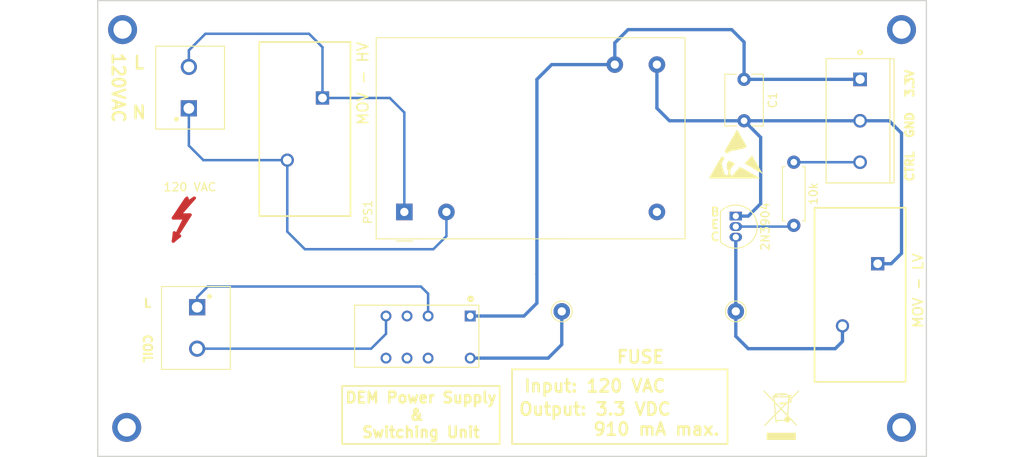
<source format=kicad_pcb>
(kicad_pcb (version 20171130) (host pcbnew "(5.0.1)-4")

  (general
    (thickness 1.6)
    (drawings 28)
    (tracks 62)
    (zones 0)
    (modules 19)
    (nets 16)
  )

  (page A4)
  (layers
    (0 F.Cu signal)
    (31 B.Cu signal)
    (32 B.Adhes user)
    (33 F.Adhes user)
    (34 B.Paste user)
    (35 F.Paste user)
    (36 B.SilkS user)
    (37 F.SilkS user)
    (38 B.Mask user)
    (39 F.Mask user)
    (40 Dwgs.User user)
    (41 Cmts.User user)
    (42 Eco1.User user)
    (43 Eco2.User user)
    (44 Edge.Cuts user)
    (45 Margin user)
    (46 B.CrtYd user)
    (47 F.CrtYd user)
    (48 B.Fab user)
    (49 F.Fab user)
  )

  (setup
    (last_trace_width 0.25)
    (trace_clearance 0.2)
    (zone_clearance 0.508)
    (zone_45_only no)
    (trace_min 0.2)
    (segment_width 0.2)
    (edge_width 0.15)
    (via_size 0.8)
    (via_drill 0.4)
    (via_min_size 0.4)
    (via_min_drill 0.3)
    (uvia_size 0.3)
    (uvia_drill 0.1)
    (uvias_allowed no)
    (uvia_min_size 0.2)
    (uvia_min_drill 0.1)
    (pcb_text_width 0.3)
    (pcb_text_size 1.5 1.5)
    (mod_edge_width 0.15)
    (mod_text_size 1 1)
    (mod_text_width 0.15)
    (pad_size 3.5 3.5)
    (pad_drill 2.2)
    (pad_to_mask_clearance 0.051)
    (solder_mask_min_width 0.25)
    (aux_axis_origin 0 0)
    (visible_elements 7FFFFFFF)
    (pcbplotparams
      (layerselection 0x010f0_ffffffff)
      (usegerberextensions false)
      (usegerberattributes true)
      (usegerberadvancedattributes false)
      (creategerberjobfile false)
      (excludeedgelayer true)
      (linewidth 0.100000)
      (plotframeref false)
      (viasonmask false)
      (mode 1)
      (useauxorigin false)
      (hpglpennumber 1)
      (hpglpenspeed 20)
      (hpglpendiameter 15.000000)
      (psnegative false)
      (psa4output false)
      (plotreference true)
      (plotvalue true)
      (plotinvisibletext false)
      (padsonsilk false)
      (subtractmaskfromsilk false)
      (outputformat 1)
      (mirror false)
      (drillshape 0)
      (scaleselection 1)
      (outputdirectory ""))
  )

  (net 0 "")
  (net 1 "Net-(C1-Pad1)")
  (net 2 "Net-(C1-Pad2)")
  (net 3 "Net-(J1-Pad2)")
  (net 4 "Net-(J1-Pad1)")
  (net 5 "Net-(J2-Pad3)")
  (net 6 "Net-(J3-Pad1)")
  (net 7 "Net-(J3-Pad2)")
  (net 8 "Net-(J4-Pad1)")
  (net 9 "Net-(J5-Pad1)")
  (net 10 "Net-(K1-Pad10)")
  (net 11 "Net-(K1-Pad9)")
  (net 12 "Net-(K1-Pad8)")
  (net 13 "Net-(K1-Pad4)")
  (net 14 "Net-(PS1-Pad3)")
  (net 15 "Net-(Q1-Pad2)")

  (net_class Default "This is the default net class."
    (clearance 0.2)
    (trace_width 0.25)
    (via_dia 0.8)
    (via_drill 0.4)
    (uvia_dia 0.3)
    (uvia_drill 0.1)
    (add_net "Net-(C1-Pad1)")
    (add_net "Net-(C1-Pad2)")
    (add_net "Net-(J1-Pad1)")
    (add_net "Net-(J1-Pad2)")
    (add_net "Net-(J2-Pad3)")
    (add_net "Net-(J3-Pad1)")
    (add_net "Net-(J3-Pad2)")
    (add_net "Net-(J4-Pad1)")
    (add_net "Net-(J5-Pad1)")
    (add_net "Net-(K1-Pad10)")
    (add_net "Net-(K1-Pad4)")
    (add_net "Net-(K1-Pad8)")
    (add_net "Net-(K1-Pad9)")
    (add_net "Net-(PS1-Pad3)")
    (add_net "Net-(Q1-Pad2)")
  )

  (module Symbol:Symbol_Highvoltage_Type1_CopperTop_Small (layer F.Cu) (tedit 5C6F3DA7) (tstamp 5C94E6B9)
    (at 79.5 76.5)
    (descr "Symbol, Highvoltage, Type 1, Copper Top, Small,")
    (tags "Symbol, Highvoltage, Type 1, Copper Top, Small,")
    (attr virtual)
    (fp_text reference "120 VAC " (at 2 -4.5) (layer F.SilkS)
      (effects (font (size 1 1) (thickness 0.15)))
    )
    (fp_text value Symbol_Highvoltage_Type1_CopperTop_Small (at 7.5 -0.5) (layer F.Fab) hide
      (effects (font (size 1 1) (thickness 0.15)))
    )
    (fp_line (start -0.127 1.524) (end -0.254 1.016) (layer F.Cu) (width 0.381))
    (fp_line (start 1.016 -0.762) (end -0.127 1.524) (layer F.Cu) (width 0.381))
    (fp_line (start -0.381 -0.762) (end 1.016 -0.762) (layer F.Cu) (width 0.381))
    (fp_line (start 1.143 -3.048) (end -0.381 -0.762) (layer F.Cu) (width 0.381))
    (fp_line (start 1.397 -2.667) (end 1.27 -3.175) (layer F.Cu) (width 0.381))
    (fp_line (start 2.159 -3.175) (end 1.397 -2.667) (layer F.Cu) (width 0.381))
    (fp_line (start 0.381 -1.143) (end 2.159 -3.175) (layer F.Cu) (width 0.381))
    (fp_line (start 1.651 -1.143) (end 0.381 -1.143) (layer F.Cu) (width 0.381))
    (fp_line (start -0.127 1.651) (end 1.651 -1.143) (layer F.Cu) (width 0.381))
    (fp_line (start 0.381 1.397) (end -0.127 1.651) (layer F.Cu) (width 0.381))
    (fp_line (start -0.381 2.032) (end 0.381 1.397) (layer F.Cu) (width 0.381))
    (fp_line (start -0.254 1.016) (end -0.381 2.032) (layer F.Cu) (width 0.381))
    (fp_line (start 0 -0.889) (end 1.27 -0.889) (layer F.Cu) (width 0.381))
    (fp_line (start 1.397 -2.794) (end 0 -0.889) (layer F.Cu) (width 0.381))
  )

  (module Symbol:ESD-Logo_6.6x6mm_SilkScreen (layer F.Cu) (tedit 0) (tstamp 5C94EF90)
    (at 147 68)
    (descr "Electrostatic discharge Logo")
    (tags "Logo ESD")
    (attr virtual)
    (fp_text reference REF** (at 0 0) (layer F.SilkS) hide
      (effects (font (size 1 1) (thickness 0.15)))
    )
    (fp_text value ESD-Logo_6.6x6mm_SilkScreen (at 0.75 0) (layer F.Fab) hide
      (effects (font (size 1 1) (thickness 0.15)))
    )
    (fp_poly (pts (xy 0.164043 -2.914165) (xy 0.187065 -2.876755) (xy 0.222534 -2.817486) (xy 0.268996 -2.738882)
      (xy 0.324996 -2.643462) (xy 0.389081 -2.53375) (xy 0.459796 -2.412266) (xy 0.535687 -2.281532)
      (xy 0.615299 -2.14407) (xy 0.697178 -2.002402) (xy 0.77987 -1.859049) (xy 0.861921 -1.716533)
      (xy 0.941876 -1.577376) (xy 1.018281 -1.444099) (xy 1.089682 -1.319224) (xy 1.154624 -1.205273)
      (xy 1.211653 -1.104767) (xy 1.259315 -1.020228) (xy 1.296155 -0.954178) (xy 1.32072 -0.909138)
      (xy 1.331554 -0.88763) (xy 1.331951 -0.886286) (xy 1.318501 -0.868035) (xy 1.281114 -0.840118)
      (xy 1.224235 -0.805275) (xy 1.152312 -0.766246) (xy 1.077015 -0.729157) (xy 0.97456 -0.684183)
      (xy 0.866817 -0.643774) (xy 0.750073 -0.607031) (xy 0.620618 -0.573058) (xy 0.47474 -0.540956)
      (xy 0.308726 -0.509827) (xy 0.118866 -0.478773) (xy -0.077531 -0.449855) (xy -0.248166 -0.4242)
      (xy -0.391455 -0.398802) (xy -0.510992 -0.372398) (xy -0.61037 -0.343727) (xy -0.693182 -0.311527)
      (xy -0.763022 -0.274535) (xy -0.823482 -0.231488) (xy -0.878155 -0.181125) (xy -0.895786 -0.162417)
      (xy -0.934 -0.118861) (xy -0.962268 -0.083318) (xy -0.975382 -0.062417) (xy -0.975732 -0.060703)
      (xy -0.98032 -0.050194) (xy -0.996242 -0.050076) (xy -1.026734 -0.061746) (xy -1.075032 -0.086604)
      (xy -1.144373 -0.126048) (xy -1.192561 -0.154413) (xy -1.264417 -0.198753) (xy -1.320258 -0.236721)
      (xy -1.356333 -0.265584) (xy -1.368887 -0.282612) (xy -1.368879 -0.282736) (xy -1.361094 -0.298963)
      (xy -1.339108 -0.3396) (xy -1.304197 -0.402433) (xy -1.257637 -0.485248) (xy -1.200705 -0.585828)
      (xy -1.134677 -0.70196) (xy -1.060828 -0.831429) (xy -0.980436 -0.97202) (xy -0.894776 -1.121518)
      (xy -0.805124 -1.277708) (xy -0.712757 -1.438376) (xy -0.618951 -1.601307) (xy -0.524982 -1.764287)
      (xy -0.432126 -1.9251) (xy -0.34166 -2.081532) (xy -0.254859 -2.231367) (xy -0.173 -2.372392)
      (xy -0.097359 -2.502391) (xy -0.029213 -2.619151) (xy 0.030163 -2.720455) (xy 0.079493 -2.804089)
      (xy 0.1175 -2.867838) (xy 0.142907 -2.909489) (xy 0.15444 -2.926825) (xy 0.154923 -2.927195)
      (xy 0.164043 -2.914165)) (layer F.SilkS) (width 0.01))
    (fp_poly (pts (xy 1.987528 0.234619) (xy 1.998908 0.253693) (xy 2.024488 0.297421) (xy 2.063002 0.363619)
      (xy 2.113186 0.450102) (xy 2.173775 0.554685) (xy 2.243503 0.675183) (xy 2.321107 0.809412)
      (xy 2.40532 0.955187) (xy 2.494879 1.110323) (xy 2.586998 1.27) (xy 2.681076 1.433117)
      (xy 2.771402 1.589709) (xy 2.856665 1.737506) (xy 2.935557 1.87424) (xy 3.006769 1.997642)
      (xy 3.068991 2.105444) (xy 3.120913 2.195377) (xy 3.161228 2.265173) (xy 3.188624 2.312564)
      (xy 3.201507 2.334786) (xy 3.222507 2.37233) (xy 3.233925 2.395831) (xy 3.234551 2.39992)
      (xy 3.220636 2.392242) (xy 3.181941 2.370203) (xy 3.120487 2.334971) (xy 3.038298 2.287711)
      (xy 2.937396 2.229589) (xy 2.819805 2.161771) (xy 2.687546 2.085424) (xy 2.542642 2.001714)
      (xy 2.387117 1.911806) (xy 2.222992 1.816867) (xy 2.160549 1.780732) (xy 1.993487 1.684083)
      (xy 1.834074 1.591938) (xy 1.684355 1.505475) (xy 1.546376 1.425871) (xy 1.422185 1.354305)
      (xy 1.313827 1.291955) (xy 1.223348 1.239998) (xy 1.152796 1.199613) (xy 1.104215 1.171978)
      (xy 1.079654 1.158272) (xy 1.077085 1.156974) (xy 1.084569 1.14522) (xy 1.110614 1.113795)
      (xy 1.152559 1.065594) (xy 1.207746 1.00351) (xy 1.273517 0.930439) (xy 1.347212 0.849276)
      (xy 1.426173 0.762916) (xy 1.50774 0.674253) (xy 1.589254 0.586182) (xy 1.668057 0.501599)
      (xy 1.74149 0.423397) (xy 1.806893 0.354472) (xy 1.861608 0.297719) (xy 1.902977 0.256032)
      (xy 1.917164 0.242363) (xy 1.96418 0.198201) (xy 1.987528 0.234619)) (layer F.SilkS) (width 0.01))
    (fp_poly (pts (xy -1.677906 0.291158) (xy -1.645381 0.303736) (xy -1.595807 0.328712) (xy -1.524626 0.367876)
      (xy -1.519084 0.370988) (xy -1.453526 0.408476) (xy -1.398202 0.441319) (xy -1.358545 0.466205)
      (xy -1.339988 0.47982) (xy -1.339469 0.480487) (xy -1.343952 0.49939) (xy -1.364514 0.541605)
      (xy -1.399817 0.604832) (xy -1.44852 0.686772) (xy -1.509282 0.785122) (xy -1.580764 0.897585)
      (xy -1.598555 0.925165) (xy -1.644907 1.001699) (xy -1.678658 1.067556) (xy -1.696847 1.116782)
      (xy -1.698714 1.126507) (xy -1.697885 1.169312) (xy -1.688606 1.237209) (xy -1.672032 1.325843)
      (xy -1.64932 1.430859) (xy -1.621627 1.547902) (xy -1.59011 1.672616) (xy -1.555925 1.800645)
      (xy -1.520229 1.927634) (xy -1.484179 2.049228) (xy -1.448932 2.161072) (xy -1.415644 2.25881)
      (xy -1.385472 2.338087) (xy -1.364439 2.385122) (xy -1.339663 2.435225) (xy -1.31627 2.483168)
      (xy -1.315003 2.485793) (xy -1.276301 2.53422) (xy -1.219816 2.566828) (xy -1.154061 2.582454)
      (xy -1.087549 2.579937) (xy -1.028795 2.558114) (xy -0.995742 2.529382) (xy -0.948141 2.450583)
      (xy -0.913261 2.352378) (xy -0.894123 2.244779) (xy -0.891412 2.18378) (xy -0.90233 2.069935)
      (xy -0.934376 1.97566) (xy -0.989274 1.896379) (xy -1.006393 1.878733) (xy -1.057339 1.829235)
      (xy -1.060837 1.479362) (xy -1.064336 1.129489) (xy -0.975182 0.994531) (xy -0.933346 0.933445)
      (xy -0.893055 0.878493) (xy -0.860057 0.837336) (xy -0.845874 0.822192) (xy -0.805719 0.78481)
      (xy -0.751335 0.814098) (xy -0.716961 0.835084) (xy -0.698154 0.851378) (xy -0.696951 0.854307)
      (xy -0.684097 0.866728) (xy -0.662104 0.875977) (xy -0.64085 0.884313) (xy -0.608306 0.900149)
      (xy -0.561678 0.925033) (xy -0.498171 0.960509) (xy -0.414992 1.008123) (xy -0.309347 1.069422)
      (xy -0.251938 1.102932) (xy -0.184406 1.143071) (xy -0.140115 1.171659) (xy -0.115145 1.192039)
      (xy -0.105577 1.207553) (xy -0.107492 1.221546) (xy -0.109089 1.224796) (xy -0.124624 1.245266)
      (xy -0.157864 1.283665) (xy -0.204938 1.335696) (xy -0.261972 1.397066) (xy -0.3113 1.44909)
      (xy -0.42497 1.572567) (xy -0.513895 1.679591) (xy -0.578866 1.77124) (xy -0.620679 1.848588)
      (xy -0.634783 1.887866) (xy -0.640608 1.922249) (xy -0.646625 1.980899) (xy -0.652304 2.057117)
      (xy -0.657116 2.144202) (xy -0.659381 2.199268) (xy -0.662541 2.294464) (xy -0.663931 2.364062)
      (xy -0.663142 2.413409) (xy -0.659765 2.447854) (xy -0.653392 2.472743) (xy -0.643613 2.493425)
      (xy -0.635933 2.506053) (xy -0.591579 2.554726) (xy -0.534426 2.588645) (xy -0.474292 2.603438)
      (xy -0.429227 2.598086) (xy -0.388424 2.57493) (xy -0.337276 2.533462) (xy -0.282958 2.480912)
      (xy -0.232643 2.424516) (xy -0.193506 2.371505) (xy -0.179095 2.345889) (xy -0.157509 2.310814)
      (xy -0.118247 2.257389) (xy -0.064898 2.189789) (xy -0.001048 2.11219) (xy 0.069715 2.028768)
      (xy 0.143804 1.943698) (xy 0.217632 1.861155) (xy 0.287611 1.785316) (xy 0.350155 1.720356)
      (xy 0.39926 1.672669) (xy 0.453779 1.625032) (xy 0.499642 1.589908) (xy 0.531811 1.570949)
      (xy 0.542489 1.568864) (xy 0.558853 1.577274) (xy 0.599671 1.599846) (xy 0.662586 1.635224)
      (xy 0.745244 1.682054) (xy 0.845289 1.738981) (xy 0.960366 1.804649) (xy 1.088119 1.877703)
      (xy 1.226194 1.956788) (xy 1.372234 2.040548) (xy 1.523884 2.127629) (xy 1.67879 2.216676)
      (xy 1.834595 2.306332) (xy 1.988944 2.395243) (xy 2.139482 2.482054) (xy 2.283854 2.565409)
      (xy 2.419704 2.643954) (xy 2.544677 2.716333) (xy 2.656417 2.78119) (xy 2.75257 2.837171)
      (xy 2.830779 2.88292) (xy 2.888689 2.917083) (xy 2.923946 2.938304) (xy 2.934165 2.944963)
      (xy 2.920402 2.94628) (xy 2.877104 2.947559) (xy 2.805714 2.948796) (xy 2.707673 2.949983)
      (xy 2.584422 2.951115) (xy 2.437403 2.952186) (xy 2.268057 2.953189) (xy 2.077826 2.954119)
      (xy 1.868151 2.954968) (xy 1.640473 2.955732) (xy 1.396235 2.956403) (xy 1.136877 2.956976)
      (xy 0.863841 2.957444) (xy 0.578568 2.957802) (xy 0.2825 2.958042) (xy -0.022921 2.958159)
      (xy -0.151076 2.958171) (xy -3.25103 2.958171) (xy -3.029947 2.574847) (xy -2.983144 2.49368)
      (xy -2.922898 2.389166) (xy -2.851222 2.264801) (xy -2.770131 2.124082) (xy -2.681638 1.970503)
      (xy -2.58776 1.807562) (xy -2.490509 1.638754) (xy -2.3919 1.467575) (xy -2.293947 1.297521)
      (xy -2.269175 1.254512) (xy -2.178848 1.097857) (xy -2.092711 0.948803) (xy -2.012058 0.809568)
      (xy -1.938184 0.682371) (xy -1.872383 0.569432) (xy -1.81595 0.472968) (xy -1.770179 0.3952)
      (xy -1.736365 0.338346) (xy -1.715802 0.304625) (xy -1.710047 0.29604) (xy -1.697942 0.289189)
      (xy -1.677906 0.291158)) (layer F.SilkS) (width 0.01))
  )

  (module MountingHole:MountingHole_2.2mm_M2_ISO7380_Pad (layer F.Cu) (tedit 5C6F5768) (tstamp 5C9512FF)
    (at 73.5 101)
    (descr "Mounting Hole 2.2mm, M2, ISO7380")
    (tags "mounting hole 2.2mm m2 iso7380")
    (attr virtual)
    (fp_text reference REF** (at 0 -2.75) (layer F.SilkS) hide
      (effects (font (size 1 1) (thickness 0.15)))
    )
    (fp_text value MountingHole_2.2mm_M2_ISO7380_Pad (at 0 2.75) (layer F.Fab)
      (effects (font (size 1 1) (thickness 0.15)))
    )
    (fp_circle (center 0 0) (end 2 0) (layer F.CrtYd) (width 0.05))
    (fp_circle (center 0 0) (end 1.75 0) (layer Cmts.User) (width 0.15))
    (fp_text user %R (at 0.3 0) (layer F.Fab)
      (effects (font (size 1 1) (thickness 0.15)))
    )
    (pad 1 thru_hole circle (at 0 0) (size 3.5 3.5) (drill 2.2) (layers *.Cu *.Mask))
  )

  (module MountingHole:MountingHole_2.2mm_M2_ISO7380_Pad (layer F.Cu) (tedit 5C6F60A5) (tstamp 5C9513EA)
    (at 167 101)
    (descr "Mounting Hole 2.2mm, M2, ISO7380")
    (tags "mounting hole 2.2mm m2 iso7380")
    (attr virtual)
    (fp_text reference REF** (at 0 -2.75) (layer F.SilkS) hide
      (effects (font (size 1 1) (thickness 0.15)))
    )
    (fp_text value MountingHole_2.2mm_M2_ISO7380_Pad (at 0 2.75) (layer F.Fab)
      (effects (font (size 1 1) (thickness 0.15)))
    )
    (fp_circle (center 0 0) (end 2 0) (layer F.CrtYd) (width 0.05))
    (fp_circle (center 0 0) (end 1.75 0) (layer Cmts.User) (width 0.15))
    (fp_text user %R (at 0.3 0) (layer F.Fab)
      (effects (font (size 1 1) (thickness 0.15)))
    )
    (pad 1 thru_hole circle (at 0 0) (size 3.5 3.5) (drill 2.2) (layers *.Cu *.Mask))
  )

  (module MountingHole:MountingHole_2.2mm_M2_ISO7380_Pad (layer F.Cu) (tedit 5C6F4E5E) (tstamp 5C9514DD)
    (at 73 53)
    (descr "Mounting Hole 2.2mm, M2, ISO7380")
    (tags "mounting hole 2.2mm m2 iso7380")
    (attr virtual)
    (fp_text reference REF** (at 0 -2.75) (layer F.SilkS) hide
      (effects (font (size 1 1) (thickness 0.15)))
    )
    (fp_text value MountingHole_2.2mm_M2_ISO7380_Pad (at 0 2.75) (layer F.Fab)
      (effects (font (size 1 1) (thickness 0.15)))
    )
    (fp_circle (center 0 0) (end 2 0) (layer F.CrtYd) (width 0.05))
    (fp_circle (center 0 0) (end 1.75 0) (layer Cmts.User) (width 0.15))
    (fp_text user %R (at 0.3 0) (layer F.Fab)
      (effects (font (size 1 1) (thickness 0.15)))
    )
    (pad 1 thru_hole circle (at 0 0) (size 3.5 3.5) (drill 2.2) (layers *.Cu *.Mask))
  )

  (module MountingHole:MountingHole_2.2mm_M2_ISO7380_Pad (layer F.Cu) (tedit 5C6F4E57) (tstamp 5C9515D8)
    (at 167 53)
    (descr "Mounting Hole 2.2mm, M2, ISO7380")
    (tags "mounting hole 2.2mm m2 iso7380")
    (attr virtual)
    (fp_text reference REF** (at 0 -2.75) (layer F.SilkS) hide
      (effects (font (size 1 1) (thickness 0.15)))
    )
    (fp_text value MountingHole_2.2mm_M2_ISO7380_Pad (at 0 2.75) (layer F.Fab)
      (effects (font (size 1 1) (thickness 0.15)))
    )
    (fp_circle (center 0 0) (end 2 0) (layer F.CrtYd) (width 0.05))
    (fp_circle (center 0 0) (end 1.75 0) (layer Cmts.User) (width 0.15))
    (fp_text user %R (at 0.3 0) (layer F.Fab)
      (effects (font (size 1 1) (thickness 0.15)))
    )
    (pad 1 thru_hole circle (at 0 0) (size 3.5 3.5) (drill 2.2) (layers *.Cu *.Mask))
  )

  (module Symbol:WEEE-Logo_4.2x6mm_SilkScreen (layer F.Cu) (tedit 0) (tstamp 5C960900)
    (at 152.5 99.5)
    (descr "Waste Electrical and Electronic Equipment Directive")
    (tags "Logo WEEE")
    (attr virtual)
    (fp_text reference REF** (at 0 0) (layer F.SilkS) hide
      (effects (font (size 1 1) (thickness 0.15)))
    )
    (fp_text value WEEE-Logo_4.2x6mm_SilkScreen (at 0.75 0) (layer F.Fab) hide
      (effects (font (size 1 1) (thickness 0.15)))
    )
    (fp_poly (pts (xy 2.12443 -2.935152) (xy 2.123811 -2.848069) (xy 1.672086 -2.389109) (xy 1.220361 -1.930148)
      (xy 1.220032 -1.719529) (xy 1.219703 -1.508911) (xy 0.94461 -1.508911) (xy 0.937522 -1.45547)
      (xy 0.934838 -1.431112) (xy 0.930313 -1.385241) (xy 0.924191 -1.320595) (xy 0.916712 -1.239909)
      (xy 0.908119 -1.145919) (xy 0.898654 -1.041363) (xy 0.888558 -0.928975) (xy 0.878074 -0.811493)
      (xy 0.867444 -0.691652) (xy 0.856909 -0.572189) (xy 0.846713 -0.455841) (xy 0.837095 -0.345343)
      (xy 0.8283 -0.243431) (xy 0.820568 -0.152842) (xy 0.814142 -0.076313) (xy 0.809263 -0.016579)
      (xy 0.806175 0.023624) (xy 0.805117 0.041559) (xy 0.805118 0.041644) (xy 0.812827 0.056035)
      (xy 0.835981 0.085748) (xy 0.874895 0.131131) (xy 0.929884 0.192529) (xy 1.001264 0.270288)
      (xy 1.089349 0.364754) (xy 1.194454 0.476272) (xy 1.316895 0.605188) (xy 1.35131 0.641287)
      (xy 1.897137 1.213416) (xy 1.808881 1.301436) (xy 1.737485 1.223758) (xy 1.711366 1.195686)
      (xy 1.670566 1.152274) (xy 1.617777 1.096366) (xy 1.555691 1.030808) (xy 1.487 0.958441)
      (xy 1.414396 0.882112) (xy 1.37096 0.836524) (xy 1.289416 0.751119) (xy 1.223504 0.68271)
      (xy 1.171544 0.630053) (xy 1.131855 0.591905) (xy 1.102757 0.56702) (xy 1.082569 0.554156)
      (xy 1.06961 0.552068) (xy 1.0622 0.559513) (xy 1.058658 0.575246) (xy 1.057303 0.598023)
      (xy 1.057121 0.604239) (xy 1.047703 0.647061) (xy 1.024497 0.698819) (xy 0.992136 0.751328)
      (xy 0.955252 0.796403) (xy 0.940493 0.810328) (xy 0.864767 0.859047) (xy 0.776308 0.886306)
      (xy 0.6981 0.892773) (xy 0.609468 0.880576) (xy 0.527612 0.844813) (xy 0.455164 0.786722)
      (xy 0.441797 0.772262) (xy 0.392918 0.716733) (xy -0.452674 0.716733) (xy -0.452674 0.892773)
      (xy -0.67901 0.892773) (xy -0.67901 0.810531) (xy -0.68185 0.754386) (xy -0.691393 0.715416)
      (xy -0.702991 0.694219) (xy -0.711277 0.679052) (xy -0.718373 0.657062) (xy -0.724748 0.624987)
      (xy -0.730872 0.579569) (xy -0.737216 0.517548) (xy -0.74425 0.435662) (xy -0.749066 0.374746)
      (xy -0.771161 0.089343) (xy -1.313565 0.638805) (xy -1.411637 0.738228) (xy -1.505784 0.833815)
      (xy -1.594285 0.92381) (xy -1.67542 1.006457) (xy -1.747469 1.080001) (xy -1.808712 1.142684)
      (xy -1.857427 1.192752) (xy -1.891896 1.228448) (xy -1.910379 1.247995) (xy -1.940743 1.278944)
      (xy -1.966071 1.30053) (xy -1.979695 1.307723) (xy -1.997095 1.299297) (xy -2.02246 1.278245)
      (xy -2.031058 1.269671) (xy -2.067514 1.23162) (xy -1.866802 1.027658) (xy -1.815596 0.975699)
      (xy -1.749569 0.90882) (xy -1.671618 0.82995) (xy -1.584638 0.742014) (xy -1.491526 0.647941)
      (xy -1.395179 0.550658) (xy -1.298492 0.453093) (xy -1.229134 0.383145) (xy -1.123703 0.27655)
      (xy -1.035129 0.186307) (xy -0.962281 0.111192) (xy -0.904023 0.049986) (xy -0.859225 0.001466)
      (xy -0.837021 -0.023871) (xy -0.658724 -0.023871) (xy -0.636401 0.261555) (xy -0.629669 0.345219)
      (xy -0.623157 0.421727) (xy -0.617234 0.487081) (xy -0.612268 0.537281) (xy -0.608629 0.568329)
      (xy -0.607458 0.575273) (xy -0.600838 0.603565) (xy 0.348636 0.603565) (xy 0.354974 0.524606)
      (xy 0.37411 0.431315) (xy 0.414154 0.348791) (xy 0.472582 0.280038) (xy 0.546871 0.228063)
      (xy 0.630252 0.196863) (xy 0.657302 0.182228) (xy 0.670844 0.150819) (xy 0.671128 0.149434)
      (xy 0.672753 0.136174) (xy 0.670744 0.122595) (xy 0.663142 0.106181) (xy 0.647984 0.084411)
      (xy 0.623312 0.054767) (xy 0.587164 0.014732) (xy 0.53758 -0.038215) (xy 0.472599 -0.106591)
      (xy 0.468401 -0.110995) (xy 0.398507 -0.184389) (xy 0.3242 -0.262563) (xy 0.250586 -0.340136)
      (xy 0.182771 -0.411725) (xy 0.12586 -0.471949) (xy 0.113168 -0.485413) (xy 0.064513 -0.53618)
      (xy 0.021291 -0.579625) (xy -0.013395 -0.612759) (xy -0.036444 -0.632595) (xy -0.044182 -0.636954)
      (xy -0.055722 -0.62783) (xy -0.08271 -0.6028) (xy -0.123021 -0.563948) (xy -0.174529 -0.513357)
      (xy -0.235109 -0.453112) (xy -0.302636 -0.385296) (xy -0.357826 -0.329435) (xy -0.658724 -0.023871)
      (xy -0.837021 -0.023871) (xy -0.826751 -0.035589) (xy -0.805471 -0.062401) (xy -0.794251 -0.080192)
      (xy -0.791754 -0.08843) (xy -0.7927 -0.10641) (xy -0.795573 -0.147108) (xy -0.800187 -0.208181)
      (xy -0.806358 -0.287287) (xy -0.813898 -0.382086) (xy -0.822621 -0.490233) (xy -0.832343 -0.609388)
      (xy -0.842876 -0.737209) (xy -0.851365 -0.839365) (xy -0.899396 -1.415326) (xy -0.775805 -1.415326)
      (xy -0.775273 -1.402896) (xy -0.772769 -1.36789) (xy -0.768496 -1.312785) (xy -0.762653 -1.240057)
      (xy -0.755443 -1.152186) (xy -0.747066 -1.051649) (xy -0.737723 -0.940923) (xy -0.728758 -0.835795)
      (xy -0.718602 -0.716517) (xy -0.709142 -0.60392) (xy -0.700596 -0.500695) (xy -0.693179 -0.409527)
      (xy -0.687108 -0.333105) (xy -0.682601 -0.274117) (xy -0.679873 -0.235251) (xy -0.679116 -0.220156)
      (xy -0.677935 -0.210762) (xy -0.673256 -0.207034) (xy -0.663276 -0.210529) (xy -0.64619 -0.222801)
      (xy -0.620196 -0.245406) (xy -0.58349 -0.2799) (xy -0.534267 -0.327838) (xy -0.470726 -0.390776)
      (xy -0.403305 -0.458032) (xy -0.127601 -0.733523) (xy -0.129533 -0.735594) (xy 0.05271 -0.735594)
      (xy 0.061016 -0.72422) (xy 0.084267 -0.697437) (xy 0.120135 -0.657708) (xy 0.166287 -0.607493)
      (xy 0.220394 -0.549254) (xy 0.280126 -0.485453) (xy 0.343152 -0.418551) (xy 0.407142 -0.35101)
      (xy 0.469764 -0.28529) (xy 0.52869 -0.223854) (xy 0.581588 -0.169163) (xy 0.626128 -0.123678)
      (xy 0.65998 -0.089862) (xy 0.680812 -0.070174) (xy 0.686494 -0.066163) (xy 0.688366 -0.079109)
      (xy 0.692254 -0.114866) (xy 0.697943 -0.171196) (xy 0.705219 -0.24586) (xy 0.713869 -0.33662)
      (xy 0.723678 -0.441238) (xy 0.734434 -0.557474) (xy 0.745921 -0.683092) (xy 0.755093 -0.784382)
      (xy 0.766826 -0.915721) (xy 0.777665 -1.039448) (xy 0.78743 -1.153319) (xy 0.795937 -1.255089)
      (xy 0.803005 -1.342513) (xy 0.808451 -1.413347) (xy 0.812092 -1.465347) (xy 0.813747 -1.496268)
      (xy 0.813558 -1.504297) (xy 0.803666 -1.497146) (xy 0.778476 -1.474159) (xy 0.74019 -1.437561)
      (xy 0.691011 -1.389578) (xy 0.633139 -1.332434) (xy 0.568778 -1.268353) (xy 0.500129 -1.199562)
      (xy 0.429395 -1.128284) (xy 0.358778 -1.056745) (xy 0.29048 -0.98717) (xy 0.226704 -0.921783)
      (xy 0.16965 -0.862809) (xy 0.121522 -0.812473) (xy 0.084522 -0.773001) (xy 0.060852 -0.746617)
      (xy 0.05271 -0.735594) (xy -0.129533 -0.735594) (xy -0.230409 -0.843705) (xy -0.282768 -0.899623)
      (xy -0.341535 -0.962052) (xy -0.404385 -1.028557) (xy -0.468995 -1.096702) (xy -0.533042 -1.164052)
      (xy -0.594203 -1.228172) (xy -0.650153 -1.286628) (xy -0.69857 -1.336982) (xy -0.73713 -1.376802)
      (xy -0.763509 -1.40365) (xy -0.775384 -1.415092) (xy -0.775805 -1.415326) (xy -0.899396 -1.415326)
      (xy -0.911401 -1.559274) (xy -1.511938 -2.190842) (xy -2.112475 -2.822411) (xy -2.112034 -2.910685)
      (xy -2.111592 -2.99896) (xy -2.014583 -2.895334) (xy -1.960291 -2.837537) (xy -1.896192 -2.769632)
      (xy -1.824016 -2.693428) (xy -1.745492 -2.610731) (xy -1.662349 -2.523347) (xy -1.576319 -2.433085)
      (xy -1.48913 -2.34175) (xy -1.402513 -2.251151) (xy -1.318197 -2.163093) (xy -1.237912 -2.079385)
      (xy -1.163387 -2.001833) (xy -1.096354 -1.932243) (xy -1.038541 -1.872424) (xy -0.991679 -1.824182)
      (xy -0.957496 -1.789324) (xy -0.937724 -1.769657) (xy -0.93339 -1.765884) (xy -0.933092 -1.779008)
      (xy -0.934731 -1.812611) (xy -0.938023 -1.86212) (xy -0.942682 -1.922963) (xy -0.944682 -1.947268)
      (xy -0.959577 -2.125049) (xy -0.842955 -2.125049) (xy -0.836934 -2.096757) (xy -0.833863 -2.074382)
      (xy -0.829548 -2.032283) (xy -0.824488 -1.975822) (xy -0.819181 -1.910365) (xy -0.817344 -1.886138)
      (xy -0.811927 -1.816579) (xy -0.806459 -1.751982) (xy -0.801488 -1.698452) (xy -0.797561 -1.66209)
      (xy -0.796675 -1.655491) (xy -0.793334 -1.641944) (xy -0.786101 -1.626086) (xy -0.77344 -1.606139)
      (xy -0.753811 -1.580327) (xy -0.725678 -1.546871) (xy -0.687502 -1.503993) (xy -0.637746 -1.449917)
      (xy -0.574871 -1.382864) (xy -0.497341 -1.301057) (xy -0.418251 -1.21805) (xy -0.339564 -1.135906)
      (xy -0.266112 -1.059831) (xy -0.199724 -0.991675) (xy -0.142227 -0.933288) (xy -0.095451 -0.886519)
      (xy -0.061224 -0.853218) (xy -0.041373 -0.835233) (xy -0.03714 -0.832558) (xy -0.026003 -0.842259)
      (xy 0.000029 -0.867559) (xy 0.03843 -0.905918) (xy 0.086672 -0.9548) (xy 0.14223 -1.011666)
      (xy 0.182408 -1.053094) (xy 0.392169 -1.27) (xy -0.226337 -1.27) (xy -0.226337 -1.508911)
      (xy 0.528119 -1.508911) (xy 0.528119 -1.402458) (xy 0.666435 -1.540346) (xy 0.764553 -1.63816)
      (xy 0.955643 -1.63816) (xy 0.957471 -1.62273) (xy 0.966723 -1.614133) (xy 0.98905 -1.610387)
      (xy 1.030105 -1.609511) (xy 1.037376 -1.609505) (xy 1.119109 -1.609505) (xy 1.119109 -1.828828)
      (xy 1.037376 -1.747821) (xy 0.99127 -1.698572) (xy 0.963694 -1.660841) (xy 0.955643 -1.63816)
      (xy 0.764553 -1.63816) (xy 0.804752 -1.678234) (xy 0.804752 -1.801048) (xy 0.805137 -1.85755)
      (xy 0.8069 -1.893495) (xy 0.81095 -1.91347) (xy 0.818199 -1.922063) (xy 0.82913 -1.923861)
      (xy 0.841288 -1.926502) (xy 0.850273 -1.937088) (xy 0.857174 -1.959619) (xy 0.863076 -1.998091)
      (xy 0.869065 -2.056502) (xy 0.870987 -2.077896) (xy 0.875148 -2.125049) (xy -0.842955 -2.125049)
      (xy -0.959577 -2.125049) (xy -1.119109 -2.125049) (xy -1.119109 -2.238218) (xy -1.051314 -2.238218)
      (xy -1.011662 -2.239304) (xy -0.990116 -2.244546) (xy -0.98748 -2.247666) (xy -0.848616 -2.247666)
      (xy -0.841308 -2.240538) (xy -0.815993 -2.238338) (xy -0.798908 -2.238218) (xy -0.741881 -2.238218)
      (xy -0.529221 -2.238218) (xy 0.885302 -2.238218) (xy 0.837458 -2.287214) (xy 0.76315 -2.347676)
      (xy 0.671184 -2.394309) (xy 0.560002 -2.427751) (xy 0.449529 -2.446247) (xy 0.377227 -2.454878)
      (xy 0.377227 -2.36396) (xy -0.201188 -2.36396) (xy -0.201188 -2.467107) (xy -0.286065 -2.458504)
      (xy -0.345368 -2.451244) (xy -0.408551 -2.441621) (xy -0.446386 -2.434748) (xy -0.521832 -2.419593)
      (xy -0.525526 -2.328905) (xy -0.529221 -2.238218) (xy -0.741881 -2.238218) (xy -0.741881 -2.288515)
      (xy -0.743544 -2.320024) (xy -0.747697 -2.337537) (xy -0.749371 -2.338812) (xy -0.767987 -2.330746)
      (xy -0.795183 -2.31118) (xy -0.822448 -2.287056) (xy -0.841267 -2.265318) (xy -0.842943 -2.262492)
      (xy -0.848616 -2.247666) (xy -0.98748 -2.247666) (xy -0.979662 -2.256919) (xy -0.975442 -2.270396)
      (xy -0.958219 -2.305373) (xy -0.925138 -2.347421) (xy -0.881893 -2.390644) (xy -0.834174 -2.429146)
      (xy -0.80283 -2.449199) (xy -0.767123 -2.471149) (xy -0.748819 -2.489589) (xy -0.742388 -2.511332)
      (xy -0.741894 -2.524282) (xy -0.741894 -2.527425) (xy -0.100594 -2.527425) (xy -0.100594 -2.464554)
      (xy 0.276633 -2.464554) (xy 0.276633 -2.527425) (xy -0.100594 -2.527425) (xy -0.741894 -2.527425)
      (xy -0.741881 -2.565148) (xy -0.636048 -2.565148) (xy -0.587355 -2.563971) (xy -0.549405 -2.560835)
      (xy -0.528308 -2.556329) (xy -0.526023 -2.554505) (xy -0.512641 -2.551705) (xy -0.480074 -2.552852)
      (xy -0.433916 -2.557607) (xy -0.402376 -2.561997) (xy -0.345188 -2.570622) (xy -0.292886 -2.578409)
      (xy -0.253582 -2.584153) (xy -0.242055 -2.585785) (xy -0.211937 -2.595112) (xy -0.201188 -2.609728)
      (xy -0.19792 -2.61568) (xy -0.18623 -2.620222) (xy -0.163288 -2.62353) (xy -0.126265 -2.625785)
      (xy -0.072332 -2.627166) (xy 0.00134 -2.62785) (xy 0.08802 -2.62802) (xy 0.180529 -2.627923)
      (xy 0.250906 -2.62747) (xy 0.302164 -2.62641) (xy 0.33732 -2.624497) (xy 0.359389 -2.621481)
      (xy 0.371385 -2.617115) (xy 0.376324 -2.611151) (xy 0.377227 -2.604216) (xy 0.384921 -2.582205)
      (xy 0.410121 -2.569679) (xy 0.456009 -2.565212) (xy 0.464264 -2.565148) (xy 0.541973 -2.557132)
      (xy 0.630233 -2.535064) (xy 0.721085 -2.501916) (xy 0.80657 -2.460661) (xy 0.878726 -2.414269)
      (xy 0.888072 -2.406918) (xy 0.918533 -2.383002) (xy 0.936572 -2.373424) (xy 0.949169 -2.37652)
      (xy 0.9621 -2.389296) (xy 1.000293 -2.414322) (xy 1.049998 -2.423929) (xy 1.103524 -2.418933)
      (xy 1.153178 -2.400149) (xy 1.191267 -2.368394) (xy 1.194025 -2.364703) (xy 1.222526 -2.305425)
      (xy 1.227828 -2.244066) (xy 1.210518 -2.185573) (xy 1.17118 -2.134896) (xy 1.16637 -2.130711)
      (xy 1.13844 -2.110833) (xy 1.110102 -2.102079) (xy 1.070263 -2.101447) (xy 1.060311 -2.102008)
      (xy 1.021332 -2.103438) (xy 1.001254 -2.100161) (xy 0.993985 -2.090272) (xy 0.99324 -2.081039)
      (xy 0.991716 -2.054256) (xy 0.987935 -2.013975) (xy 0.985218 -1.989876) (xy 0.981277 -1.951599)
      (xy 0.982916 -1.932004) (xy 0.992421 -1.924842) (xy 1.009351 -1.923861) (xy 1.019392 -1.927099)
      (xy 1.03559 -1.93758) (xy 1.059145 -1.956452) (xy 1.091257 -1.984865) (xy 1.133128 -2.023965)
      (xy 1.185957 -2.074903) (xy 1.250945 -2.138827) (xy 1.329291 -2.216886) (xy 1.422197 -2.310228)
      (xy 1.530863 -2.420002) (xy 1.583231 -2.473048) (xy 2.125049 -3.022233) (xy 2.12443 -2.935152)) (layer F.SilkS) (width 0.01))
    (fp_poly (pts (xy 1.747822 3.017822) (xy -1.772971 3.017822) (xy -1.772971 2.150198) (xy 1.747822 2.150198)
      (xy 1.747822 3.017822)) (layer F.SilkS) (width 0.01))
  )

  (module Capacitor_THT:C_Disc_D6.0mm_W4.4mm_P5.00mm (layer F.Cu) (tedit 5AE50EF0) (tstamp 5C7A1AF5)
    (at 148 59 270)
    (descr "C, Disc series, Radial, pin pitch=5.00mm, , diameter*width=6*4.4mm^2, Capacitor")
    (tags "C Disc series Radial pin pitch 5.00mm  diameter 6mm width 4.4mm Capacitor")
    (path /5C4BC2BF)
    (fp_text reference C1 (at 2.5 -3.45 270) (layer F.SilkS)
      (effects (font (size 1 1) (thickness 0.15)))
    )
    (fp_text value "400 nF" (at 2.5 3.45 270) (layer F.Fab)
      (effects (font (size 1 1) (thickness 0.15)))
    )
    (fp_line (start -0.5 -2.2) (end -0.5 2.2) (layer F.Fab) (width 0.1))
    (fp_line (start -0.5 2.2) (end 5.5 2.2) (layer F.Fab) (width 0.1))
    (fp_line (start 5.5 2.2) (end 5.5 -2.2) (layer F.Fab) (width 0.1))
    (fp_line (start 5.5 -2.2) (end -0.5 -2.2) (layer F.Fab) (width 0.1))
    (fp_line (start -0.62 -2.321) (end 5.62 -2.321) (layer F.SilkS) (width 0.12))
    (fp_line (start -0.62 2.321) (end 5.62 2.321) (layer F.SilkS) (width 0.12))
    (fp_line (start -0.62 -2.321) (end -0.62 -0.925) (layer F.SilkS) (width 0.12))
    (fp_line (start -0.62 0.925) (end -0.62 2.321) (layer F.SilkS) (width 0.12))
    (fp_line (start 5.62 -2.321) (end 5.62 -0.925) (layer F.SilkS) (width 0.12))
    (fp_line (start 5.62 0.925) (end 5.62 2.321) (layer F.SilkS) (width 0.12))
    (fp_line (start -1.05 -2.45) (end -1.05 2.45) (layer F.CrtYd) (width 0.05))
    (fp_line (start -1.05 2.45) (end 6.05 2.45) (layer F.CrtYd) (width 0.05))
    (fp_line (start 6.05 2.45) (end 6.05 -2.45) (layer F.CrtYd) (width 0.05))
    (fp_line (start 6.05 -2.45) (end -1.05 -2.45) (layer F.CrtYd) (width 0.05))
    (fp_text user %R (at 5 0 270) (layer F.Fab)
      (effects (font (size 1 1) (thickness 0.15)))
    )
    (pad 1 thru_hole circle (at 0 0 270) (size 1.6 1.6) (drill 0.8) (layers *.Cu *.Mask)
      (net 1 "Net-(C1-Pad1)"))
    (pad 2 thru_hole circle (at 5 0 270) (size 1.6 1.6) (drill 0.8) (layers *.Cu *.Mask)
      (net 2 "Net-(C1-Pad2)"))
    (model ${KISYS3DMOD}/Capacitor_THT.3dshapes/C_Disc_D6.0mm_W4.4mm_P5.00mm.wrl
      (at (xyz 0 0 0))
      (scale (xyz 1 1 1))
      (rotate (xyz 0 0 0))
    )
  )

  (module 1935161:PHOENIX_1935161 (layer F.Cu) (tedit 5C7A2BFE) (tstamp 5C7A1B0B)
    (at 81 60 90)
    (path /5C4E2FEB)
    (fp_text reference J1 (at 0 0 90) (layer F.SilkS) hide
      (effects (font (size 1 0.9) (thickness 0.05)))
    )
    (fp_text value 1935161 (at 0 0 90) (layer F.SilkS) hide
      (effects (font (size 1 0.9) (thickness 0.05)))
    )
    (fp_text user VALUE (at -5.09283 6.36604 90) (layer Eco2.User)
      (effects (font (size 1 1) (thickness 0.05)))
    )
    (fp_text user NAME (at -5.08705 -5.08705 90) (layer Cmts.User)
      (effects (font (size 1 1) (thickness 0.05)))
    )
    (fp_line (start -5.25 4.55) (end -5.25 -4.25) (layer Eco1.User) (width 0.05))
    (fp_line (start 5.25 4.55) (end -5.25 4.55) (layer Eco1.User) (width 0.05))
    (fp_line (start 5.25 -4.25) (end 5.25 4.55) (layer Eco1.User) (width 0.05))
    (fp_line (start -5.25 -4.25) (end 5.25 -4.25) (layer Eco1.User) (width 0.05))
    (fp_circle (center -3.8 -1.5) (end -3.66 -1.5) (layer Dwgs.User) (width 0.28))
    (fp_circle (center -3.8 -1.5) (end -3.66 -1.5) (layer F.SilkS) (width 0.28))
    (fp_line (start 5 4.3) (end -5 4.3) (layer Dwgs.User) (width 0.127))
    (fp_line (start 5 -4) (end 5 4.3) (layer Dwgs.User) (width 0.127))
    (fp_line (start -5 -4) (end 5 -4) (layer Dwgs.User) (width 0.127))
    (fp_line (start -5 4.3) (end -5 -4) (layer Dwgs.User) (width 0.127))
    (fp_line (start -5 4.3) (end -5 -4) (layer F.SilkS) (width 0.127))
    (fp_line (start 5 4.3) (end -5 4.3) (layer F.SilkS) (width 0.127))
    (fp_line (start 5 -4) (end 5 4.3) (layer F.SilkS) (width 0.127))
    (fp_line (start -5 -4) (end 5 -4) (layer F.SilkS) (width 0.127))
    (pad 2 thru_hole circle (at 2.5 0 90) (size 1.95 1.95) (drill 1.3) (layers *.Cu *.Mask)
      (net 3 "Net-(J1-Pad2)"))
    (pad 1 thru_hole rect (at -2.5 0 90) (size 1.95 1.95) (drill 1.3) (layers *.Cu *.Mask)
      (net 4 "Net-(J1-Pad1)"))
  )

  (module 282836-3:TE_282836-3 (layer F.Cu) (tedit 5C7A2D3C) (tstamp 5C7A1B24)
    (at 162 64 270)
    (path /5C4DF527)
    (fp_text reference J2 (at -4.46711 -5.14318 270) (layer F.SilkS) hide
      (effects (font (size 1.00159 1.00159) (thickness 0.05)))
    )
    (fp_text value 282836-3 (at -3.83134 5.1235 270) (layer F.SilkS) hide
      (effects (font (size 1.00166 1.00166) (thickness 0.05)))
    )
    (fp_line (start -7.5 -4.1) (end 7.5 -4.1) (layer F.SilkS) (width 0.127))
    (fp_line (start 7.5 -4.1) (end 7.5 -3.6) (layer F.SilkS) (width 0.127))
    (fp_line (start 7.5 -3.6) (end 7.5 4.1) (layer F.SilkS) (width 0.127))
    (fp_line (start 7.5 4.1) (end -7.5 4.1) (layer F.SilkS) (width 0.127))
    (fp_line (start -7.5 4.1) (end -7.5 -4.1) (layer F.SilkS) (width 0.127))
    (fp_line (start -7.5 -3.6) (end 7.5 -3.6) (layer F.SilkS) (width 0.127))
    (fp_line (start -7.75 -4.35) (end 7.75 -4.35) (layer Eco1.User) (width 0.05))
    (fp_line (start 7.75 -4.35) (end 7.75 4.35) (layer Eco1.User) (width 0.05))
    (fp_line (start 7.75 4.35) (end -7.75 4.35) (layer Eco1.User) (width 0.05))
    (fp_line (start -7.75 4.35) (end -7.75 -4.35) (layer Eco1.User) (width 0.05))
    (fp_circle (center -8.25 0) (end -8 0) (layer F.SilkS) (width 0.2032))
    (fp_line (start -7.5 -4.1) (end 7.5 -4.1) (layer Dwgs.User) (width 0.127))
    (fp_line (start 7.5 -4.1) (end 7.5 -3.6) (layer Dwgs.User) (width 0.127))
    (fp_line (start 7.5 -3.6) (end 7.5 4.1) (layer Dwgs.User) (width 0.127))
    (fp_line (start 7.5 4.1) (end -7.5 4.1) (layer Dwgs.User) (width 0.127))
    (fp_line (start -7.5 4.1) (end -7.5 -4.1) (layer Dwgs.User) (width 0.127))
    (fp_line (start -7.5 -3.6) (end 7.5 -3.6) (layer Dwgs.User) (width 0.127))
    (fp_circle (center -8.25 0) (end -8 0) (layer Dwgs.User) (width 0.2032))
    (pad 1 thru_hole rect (at -5 0 270) (size 1.65 1.65) (drill 1.1) (layers *.Cu *.Mask)
      (net 1 "Net-(C1-Pad1)"))
    (pad 2 thru_hole circle (at 0 0 270) (size 1.65 1.65) (drill 1.1) (layers *.Cu *.Mask)
      (net 2 "Net-(C1-Pad2)"))
    (pad 3 thru_hole circle (at 5 0 270) (size 1.65 1.65) (drill 1.1) (layers *.Cu *.Mask)
      (net 5 "Net-(J2-Pad3)"))
  )

  (module 1935161:PHOENIX_1935161 (layer F.Cu) (tedit 5C7ABD9B) (tstamp 5C7A1B3A)
    (at 82 89 270)
    (path /5C4DEBC7)
    (fp_text reference J3 (at 0 0 270) (layer F.SilkS) hide
      (effects (font (size 1 0.9) (thickness 0.05)))
    )
    (fp_text value 1935161 (at 0 0 270) (layer F.SilkS) hide
      (effects (font (size 1 0.9) (thickness 0.05)))
    )
    (fp_line (start -5 -4) (end 5 -4) (layer F.SilkS) (width 0.127))
    (fp_line (start 5 -4) (end 5 4.3) (layer F.SilkS) (width 0.127))
    (fp_line (start 5 4.3) (end -5 4.3) (layer F.SilkS) (width 0.127))
    (fp_line (start -5 4.3) (end -5 -4) (layer F.SilkS) (width 0.127))
    (fp_line (start -5 4.3) (end -5 -4) (layer Dwgs.User) (width 0.127))
    (fp_line (start -5 -4) (end 5 -4) (layer Dwgs.User) (width 0.127))
    (fp_line (start 5 -4) (end 5 4.3) (layer Dwgs.User) (width 0.127))
    (fp_line (start 5 4.3) (end -5 4.3) (layer Dwgs.User) (width 0.127))
    (fp_circle (center -3.8 -1.5) (end -3.66 -1.5) (layer F.SilkS) (width 0.28))
    (fp_circle (center -3.8 -1.5) (end -3.66 -1.5) (layer Dwgs.User) (width 0.28))
    (fp_line (start -5.25 -4.25) (end 5.25 -4.25) (layer Eco1.User) (width 0.05))
    (fp_line (start 5.25 -4.25) (end 5.25 4.55) (layer Eco1.User) (width 0.05))
    (fp_line (start 5.25 4.55) (end -5.25 4.55) (layer Eco1.User) (width 0.05))
    (fp_line (start -5.25 4.55) (end -5.25 -4.25) (layer Eco1.User) (width 0.05))
    (fp_text user NAME (at -5.08705 -5.08705 270) (layer Cmts.User)
      (effects (font (size 1 1) (thickness 0.05)))
    )
    (fp_text user VALUE (at -5.09283 6.36604 270) (layer Eco2.User)
      (effects (font (size 1 1) (thickness 0.05)))
    )
    (pad 1 thru_hole rect (at -2.5 0 270) (size 1.95 1.95) (drill 1.3) (layers *.Cu *.Mask)
      (net 6 "Net-(J3-Pad1)"))
    (pad 2 thru_hole circle (at 2.5 0 270) (size 1.95 1.95) (drill 1.3) (layers *.Cu *.Mask)
      (net 7 "Net-(J3-Pad2)"))
  )

  (module Connector_Pin:Pin_D1.0mm_L10.0mm (layer F.Cu) (tedit 5C7A2B23) (tstamp 5C7A1B44)
    (at 147 87)
    (descr "solder Pin_ diameter 1.0mm, hole diameter 1.0mm (press fit), length 10.0mm")
    (tags "solder Pin_ press fit")
    (path /5C7A81F7)
    (fp_text reference J4 (at 0 2.25) (layer F.SilkS) hide
      (effects (font (size 1 1) (thickness 0.15)))
    )
    (fp_text value Conn_01x01_Female (at 0 -2.05) (layer F.Fab)
      (effects (font (size 1 1) (thickness 0.15)))
    )
    (fp_text user %R (at 0 2.25) (layer F.Fab)
      (effects (font (size 1 1) (thickness 0.15)))
    )
    (fp_circle (center 0 0) (end 1.5 0) (layer F.CrtYd) (width 0.05))
    (fp_circle (center 0 0) (end 0.5 0) (layer F.Fab) (width 0.12))
    (fp_circle (center 0 0) (end 1 0) (layer F.Fab) (width 0.12))
    (fp_circle (center 0 0) (end 1.25 0.05) (layer F.SilkS) (width 0.12))
    (pad 1 thru_hole circle (at 0 0) (size 2 2) (drill 1) (layers *.Cu *.Mask)
      (net 8 "Net-(J4-Pad1)"))
    (model ${KISYS3DMOD}/Connector_Pin.3dshapes/Pin_D1.0mm_L10.0mm.wrl
      (at (xyz 0 0 0))
      (scale (xyz 1 1 1))
      (rotate (xyz 0 0 0))
    )
  )

  (module Connector_Pin:Pin_D1.0mm_L10.0mm (layer F.Cu) (tedit 5C7A2B19) (tstamp 5C7A1B4E)
    (at 126 87)
    (descr "solder Pin_ diameter 1.0mm, hole diameter 1.0mm (press fit), length 10.0mm")
    (tags "solder Pin_ press fit")
    (path /5C7A96D7)
    (fp_text reference J5 (at 0 2.25) (layer F.SilkS) hide
      (effects (font (size 1 1) (thickness 0.15)))
    )
    (fp_text value Conn_01x01_Female (at 0 -2.05) (layer F.Fab)
      (effects (font (size 1 1) (thickness 0.15)))
    )
    (fp_circle (center 0 0) (end 1.25 0.05) (layer F.SilkS) (width 0.12))
    (fp_circle (center 0 0) (end 1 0) (layer F.Fab) (width 0.12))
    (fp_circle (center 0 0) (end 0.5 0) (layer F.Fab) (width 0.12))
    (fp_circle (center 0 0) (end 1.5 0) (layer F.CrtYd) (width 0.05))
    (fp_text user %R (at 0 2.25) (layer F.Fab)
      (effects (font (size 1 1) (thickness 0.15)))
    )
    (pad 1 thru_hole circle (at 0 0) (size 2 2) (drill 1) (layers *.Cu *.Mask)
      (net 9 "Net-(J5-Pad1)"))
    (model ${KISYS3DMOD}/Connector_Pin.3dshapes/Pin_D1.0mm_L10.0mm.wrl
      (at (xyz 0 0 0))
      (scale (xyz 1 1 1))
      (rotate (xyz 0 0 0))
    )
  )

  (module EC2-3NU:KEMET_EC2-3NU (layer F.Cu) (tedit 5C7A2B04) (tstamp 5C7A1B68)
    (at 108.5 90 270)
    (path /5C6F4339)
    (fp_text reference K1 (at -0.21311 -9.1656 270) (layer F.SilkS) hide
      (effects (font (size 1.40117 1.40117) (thickness 0.05)))
    )
    (fp_text value EC2-3NU (at 0.6787 9.14591 270) (layer F.SilkS) hide
      (effects (font (size 1.40266 1.40266) (thickness 0.05)))
    )
    (fp_line (start 3.75 -7.5) (end 3.75 7.5) (layer Eco2.User) (width 0.127))
    (fp_line (start 3.75 7.5) (end -3.75 7.5) (layer Eco2.User) (width 0.127))
    (fp_line (start -3.75 7.5) (end -3.75 -7.5) (layer Eco2.User) (width 0.127))
    (fp_line (start -3.75 -7.5) (end 3.75 -7.5) (layer Eco2.User) (width 0.127))
    (fp_line (start 3.75 -7.5) (end -3.75 -7.5) (layer F.SilkS) (width 0.127))
    (fp_line (start -3.75 -7.5) (end -3.75 7.5) (layer F.SilkS) (width 0.127))
    (fp_line (start -3.75 7.5) (end 3.75 7.5) (layer F.SilkS) (width 0.127))
    (fp_line (start 3.75 7.5) (end 3.75 -7.5) (layer F.SilkS) (width 0.127))
    (fp_line (start 4 -7.75) (end 4 7.75) (layer Eco1.User) (width 0.05))
    (fp_line (start 4 7.75) (end -4 7.75) (layer Eco1.User) (width 0.05))
    (fp_line (start -4 7.75) (end -4 -7.75) (layer Eco1.User) (width 0.05))
    (fp_line (start -4 -7.75) (end 4 -7.75) (layer Eco1.User) (width 0.05))
    (fp_circle (center -4.5 -6.5) (end -4.4 -6.5) (layer Eco2.User) (width 0.3))
    (fp_circle (center -4.5 -6.5) (end -4.4 -6.5) (layer F.SilkS) (width 0.3))
    (pad 12 thru_hole circle (at 2.64 -6.45 180) (size 1.308 1.308) (drill 0.8) (layers *.Cu *.Mask)
      (net 9 "Net-(J5-Pad1)"))
    (pad 10 thru_hole circle (at 2.64 -1.37 180) (size 1.308 1.308) (drill 0.8) (layers *.Cu *.Mask)
      (net 10 "Net-(K1-Pad10)"))
    (pad 9 thru_hole circle (at 2.64 1.17 180) (size 1.308 1.308) (drill 0.8) (layers *.Cu *.Mask)
      (net 11 "Net-(K1-Pad9)"))
    (pad 8 thru_hole circle (at 2.64 3.71 180) (size 1.308 1.308) (drill 0.8) (layers *.Cu *.Mask)
      (net 12 "Net-(K1-Pad8)"))
    (pad 1 thru_hole rect (at -2.44 -6.45 180) (size 1.308 1.308) (drill 0.8) (layers *.Cu *.Mask)
      (net 1 "Net-(C1-Pad1)"))
    (pad 3 thru_hole circle (at -2.44 -1.37 180) (size 1.308 1.308) (drill 0.8) (layers *.Cu *.Mask)
      (net 6 "Net-(J3-Pad1)"))
    (pad 4 thru_hole circle (at -2.44 1.17 180) (size 1.308 1.308) (drill 0.8) (layers *.Cu *.Mask)
      (net 13 "Net-(K1-Pad4)"))
    (pad 5 thru_hole circle (at -2.44 3.71 180) (size 1.308 1.308) (drill 0.8) (layers *.Cu *.Mask)
      (net 7 "Net-(J3-Pad2)"))
  )

  (module TMOV20RP300E:CAPRR750W81L2100T1100H2300P (layer F.Cu) (tedit 5C7A2C82) (tstamp 5C7A1B76)
    (at 95 65 270)
    (path /5C4E3F91)
    (fp_text reference "MOV - HV" (at -5.5 -7 270) (layer F.SilkS)
      (effects (font (size 1.3 1.3) (thickness 0.2)))
    )
    (fp_text value TMOV20RP300E (at -7.57733 6.36697 270) (layer F.SilkS) hide
      (effects (font (size 1.00031 1.00031) (thickness 0.05)))
    )
    (fp_line (start -10.5 -5.5) (end 10.5 -5.5) (layer F.SilkS) (width 0.2))
    (fp_line (start 10.5 -5.5) (end 10.5 5.5) (layer F.SilkS) (width 0.2))
    (fp_line (start 10.5 5.5) (end -10.5 5.5) (layer F.SilkS) (width 0.2))
    (fp_line (start -10.5 5.5) (end -10.5 -5.5) (layer F.SilkS) (width 0.2))
    (fp_line (start -10.75 -5.75) (end 10.75 -5.75) (layer Eco1.User) (width 0.05))
    (fp_line (start 10.75 -5.75) (end 10.75 5.75) (layer Eco1.User) (width 0.05))
    (fp_line (start 10.75 5.75) (end -10.75 5.75) (layer Eco1.User) (width 0.05))
    (fp_line (start -10.75 5.75) (end -10.75 -5.75) (layer Eco1.User) (width 0.05))
    (pad 1 thru_hole rect (at -3.75 -2.125 270) (size 1.6 1.6) (drill 1.05) (layers *.Cu *.Mask)
      (net 3 "Net-(J1-Pad2)"))
    (pad 2 thru_hole circle (at 3.75 2.125 270) (size 1.6 1.6) (drill 1.05) (layers *.Cu *.Mask)
      (net 4 "Net-(J1-Pad1)"))
  )

  (module TMOV20RP300E:CAPRR750W81L2100T1100H2300P (layer F.Cu) (tedit 5C7A2BB8) (tstamp 5C7A1B84)
    (at 162 85 270)
    (path /5C7A2971)
    (fp_text reference "MOV - LV" (at -0.5 -7 270) (layer F.SilkS)
      (effects (font (size 1.2 1.2) (thickness 0.2)))
    )
    (fp_text value TMOV20RP300E (at 12 0) (layer F.SilkS) hide
      (effects (font (size 1.00031 1.00031) (thickness 0.05)))
    )
    (fp_line (start -10.75 5.75) (end -10.75 -5.75) (layer Eco1.User) (width 0.05))
    (fp_line (start 10.75 5.75) (end -10.75 5.75) (layer Eco1.User) (width 0.05))
    (fp_line (start 10.75 -5.75) (end 10.75 5.75) (layer Eco1.User) (width 0.05))
    (fp_line (start -10.75 -5.75) (end 10.75 -5.75) (layer Eco1.User) (width 0.05))
    (fp_line (start -10.5 5.5) (end -10.5 -5.5) (layer F.SilkS) (width 0.2))
    (fp_line (start 10.5 5.5) (end -10.5 5.5) (layer F.SilkS) (width 0.2))
    (fp_line (start 10.5 -5.5) (end 10.5 5.5) (layer F.SilkS) (width 0.2))
    (fp_line (start -10.5 -5.5) (end 10.5 -5.5) (layer F.SilkS) (width 0.2))
    (pad 2 thru_hole circle (at 3.75 2.125 270) (size 1.6 1.6) (drill 1.05) (layers *.Cu *.Mask)
      (net 8 "Net-(J4-Pad1)"))
    (pad 1 thru_hole rect (at -3.75 -2.125 270) (size 1.6 1.6) (drill 1.05) (layers *.Cu *.Mask)
      (net 2 "Net-(C1-Pad2)"))
  )

  (module Converter_ACDC:Converter_ACDC_RECOM_RAC04-xxSGx_THT (layer F.Cu) (tedit 5BA95E5A) (tstamp 5C7A1BB2)
    (at 107 75 90)
    (descr https://www.recom-power.com/pdf/Powerline-AC-DC/RAC04-GA.pdf)
    (tags "recom power ac dc")
    (path /5C4A2129)
    (fp_text reference PS1 (at -0.01 -4.39 270) (layer F.SilkS)
      (effects (font (size 1 1) (thickness 0.15)))
    )
    (fp_text value RAC03-3.3SGA (at 15 15) (layer F.Fab)
      (effects (font (size 1 1) (thickness 0.15)))
    )
    (fp_line (start -3.24 33.87) (end -3.25 -3.39) (layer F.SilkS) (width 0.12))
    (fp_line (start -3.24 -3.39) (end 21.02 -3.39) (layer F.SilkS) (width 0.12))
    (fp_line (start 21.02 -3.39) (end 21.02 33.87) (layer F.SilkS) (width 0.12))
    (fp_line (start -3.24 33.87) (end 21.02 33.87) (layer F.SilkS) (width 0.12))
    (fp_line (start 21.14 33.99) (end -3.36 33.99) (layer F.CrtYd) (width 0.05))
    (fp_line (start 21.14 -3.51) (end 21.14 33.99) (layer F.CrtYd) (width 0.05))
    (fp_line (start -3.36 -3.51) (end 21.14 -3.51) (layer F.CrtYd) (width 0.05))
    (fp_line (start -3.36 -3.51) (end -3.36 33.99) (layer F.CrtYd) (width 0.05))
    (fp_line (start 20.89 -3.26) (end 20.89 33.74) (layer F.Fab) (width 0.1))
    (fp_line (start -3.11 -3.26) (end 20.89 -3.26) (layer F.Fab) (width 0.1))
    (fp_line (start -3.11 33.74) (end 20.89 33.74) (layer F.Fab) (width 0.1))
    (fp_line (start -3.11 33.74) (end -3.11 1) (layer F.Fab) (width 0.1))
    (fp_text user %R (at 9 15 180) (layer F.Fab)
      (effects (font (size 2 2) (thickness 0.2)))
    )
    (fp_line (start 5.08 25.4) (end 5.08 35.56) (layer Dwgs.User) (width 0.05))
    (fp_line (start 5.08 35.56) (end -5.08 35.56) (layer Dwgs.User) (width 0.05))
    (fp_line (start -5.08 35.56) (end -5.08 25.4) (layer Dwgs.User) (width 0.05))
    (fp_line (start -5.08 25.4) (end 5.08 25.4) (layer Dwgs.User) (width 0.05))
    (fp_line (start -5.08 34.29) (end -3.81 35.56) (layer Dwgs.User) (width 0.05))
    (fp_line (start -5.08 33.02) (end -2.54 35.56) (layer Dwgs.User) (width 0.05))
    (fp_line (start -5.08 30.48) (end 0 35.56) (layer Dwgs.User) (width 0.05))
    (fp_line (start -5.08 27.94) (end 2.54 35.56) (layer Dwgs.User) (width 0.05))
    (fp_line (start -5.08 25.4) (end 5.08 35.56) (layer Dwgs.User) (width 0.05))
    (fp_line (start -5.08 26.67) (end 3.81 35.56) (layer Dwgs.User) (width 0.05))
    (fp_line (start -5.08 29.21) (end 1.27 35.56) (layer Dwgs.User) (width 0.05))
    (fp_line (start -5.08 31.75) (end -1.27 35.56) (layer Dwgs.User) (width 0.05))
    (fp_line (start 5.08 34.29) (end -3.81 25.4) (layer Dwgs.User) (width 0.05))
    (fp_line (start 5.08 30.48) (end 0 25.4) (layer Dwgs.User) (width 0.05))
    (fp_line (start 5.08 26.67) (end 3.81 25.4) (layer Dwgs.User) (width 0.05))
    (fp_line (start 5.08 27.94) (end 2.54 25.4) (layer Dwgs.User) (width 0.05))
    (fp_line (start 5.08 33.02) (end -2.54 25.4) (layer Dwgs.User) (width 0.05))
    (fp_line (start 5.08 31.75) (end -1.27 25.4) (layer Dwgs.User) (width 0.05))
    (fp_line (start 5.08 29.21) (end 1.27 25.4) (layer Dwgs.User) (width 0.05))
    (fp_line (start -3.5 1) (end -3.5 -1) (layer F.SilkS) (width 0.12))
    (fp_line (start -3.11 1) (end -2.11 0) (layer F.Fab) (width 0.1))
    (fp_line (start -3.11 -1) (end -2.11 0) (layer F.Fab) (width 0.1))
    (fp_line (start -3.11 -1) (end -3.11 -3.26) (layer F.Fab) (width 0.1))
    (fp_text user "KEEP-OUT ZONE" (at -4.26 30.48 180) (layer Cmts.User)
      (effects (font (size 0.75 0.75) (thickness 0.15)))
    )
    (pad 1 thru_hole rect (at 0 0 180) (size 2 2) (drill 1) (layers *.Cu *.Mask)
      (net 3 "Net-(J1-Pad2)"))
    (pad 2 thru_hole circle (at 0 5.08 180) (size 2 2) (drill 1) (layers *.Cu *.Mask)
      (net 4 "Net-(J1-Pad1)"))
    (pad 4 thru_hole circle (at 17.78 30.48 180) (size 2 2) (drill 1) (layers *.Cu *.Mask)
      (net 2 "Net-(C1-Pad2)"))
    (pad 3 thru_hole circle (at 0 30.48 270) (size 2 2) (drill 1) (layers *.Cu *.Mask)
      (net 14 "Net-(PS1-Pad3)"))
    (pad 5 thru_hole circle (at 17.78 25.4 180) (size 2 2) (drill 1) (layers *.Cu *.Mask)
      (net 1 "Net-(C1-Pad1)"))
    (model ${KISYS3DMOD}/Converter_ACDC.3dshapes/Converter_ACDC_RECOM_RAC04-xxSGx_THT.wrl
      (at (xyz 0 0 0))
      (scale (xyz 1 1 1))
      (rotate (xyz 0 0 0))
    )
  )

  (module Package_TO_SOT_THT:TO-92_Inline (layer F.Cu) (tedit 5C7A2CAA) (tstamp 5C7A1BC4)
    (at 147 75.5 270)
    (descr "TO-92 leads in-line, narrow, oval pads, drill 0.75mm (see NXP sot054_po.pdf)")
    (tags "to-92 sc-43 sc-43a sot54 PA33 transistor")
    (path /5C6F2607)
    (fp_text reference 2N3904 (at 1.27 -3.56 270) (layer F.SilkS)
      (effects (font (size 1 1) (thickness 0.15)))
    )
    (fp_text value 2N3904 (at 1.5 -5 270) (layer F.Fab)
      (effects (font (size 1 1) (thickness 0.15)))
    )
    (fp_text user %R (at 1.27 -3.56 270) (layer F.Fab)
      (effects (font (size 1 1) (thickness 0.15)))
    )
    (fp_line (start -0.53 1.85) (end 3.07 1.85) (layer F.SilkS) (width 0.12))
    (fp_line (start -0.5 1.75) (end 3 1.75) (layer F.Fab) (width 0.1))
    (fp_line (start -1.46 -2.73) (end 4 -2.73) (layer F.CrtYd) (width 0.05))
    (fp_line (start -1.46 -2.73) (end -1.46 2.01) (layer F.CrtYd) (width 0.05))
    (fp_line (start 4 2.01) (end 4 -2.73) (layer F.CrtYd) (width 0.05))
    (fp_line (start 4 2.01) (end -1.46 2.01) (layer F.CrtYd) (width 0.05))
    (fp_arc (start 1.27 0) (end 1.27 -2.48) (angle 135) (layer F.Fab) (width 0.1))
    (fp_arc (start 1.27 0) (end 1.27 -2.6) (angle -135) (layer F.SilkS) (width 0.12))
    (fp_arc (start 1.27 0) (end 1.27 -2.48) (angle -135) (layer F.Fab) (width 0.1))
    (fp_arc (start 1.27 0) (end 1.27 -2.6) (angle 135) (layer F.SilkS) (width 0.12))
    (pad 2 thru_hole oval (at 1.27 0 270) (size 1.05 1.5) (drill 0.75) (layers *.Cu *.Mask)
      (net 15 "Net-(Q1-Pad2)"))
    (pad 3 thru_hole oval (at 2.54 0 270) (size 1.05 1.5) (drill 0.75) (layers *.Cu *.Mask)
      (net 8 "Net-(J4-Pad1)"))
    (pad 1 thru_hole rect (at 0 0 270) (size 1.05 1.5) (drill 0.75) (layers *.Cu *.Mask)
      (net 2 "Net-(C1-Pad2)"))
    (model ${KISYS3DMOD}/Package_TO_SOT_THT.3dshapes/TO-92_Inline.wrl
      (at (xyz 0 0 0))
      (scale (xyz 1 1 1))
      (rotate (xyz 0 0 0))
    )
  )

  (module Resistor_THT:R_Axial_DIN0207_L6.3mm_D2.5mm_P7.62mm_Horizontal (layer F.Cu) (tedit 5C7A2C95) (tstamp 5C7A1BDB)
    (at 154 69 270)
    (descr "Resistor, Axial_DIN0207 series, Axial, Horizontal, pin pitch=7.62mm, 0.25W = 1/4W, length*diameter=6.3*2.5mm^2, http://cdn-reichelt.de/documents/datenblatt/B400/1_4W%23YAG.pdf")
    (tags "Resistor Axial_DIN0207 series Axial Horizontal pin pitch 7.62mm 0.25W = 1/4W length 6.3mm diameter 2.5mm")
    (path /5C6F353E)
    (fp_text reference 10k (at 3.81 -2.37 270) (layer F.SilkS)
      (effects (font (size 1 1) (thickness 0.15)))
    )
    (fp_text value 10k (at 3.81 2.37 270) (layer F.Fab)
      (effects (font (size 1 1) (thickness 0.15)))
    )
    (fp_line (start 0.66 -1.25) (end 0.66 1.25) (layer F.Fab) (width 0.1))
    (fp_line (start 0.66 1.25) (end 6.96 1.25) (layer F.Fab) (width 0.1))
    (fp_line (start 6.96 1.25) (end 6.96 -1.25) (layer F.Fab) (width 0.1))
    (fp_line (start 6.96 -1.25) (end 0.66 -1.25) (layer F.Fab) (width 0.1))
    (fp_line (start 0 0) (end 0.66 0) (layer F.Fab) (width 0.1))
    (fp_line (start 7.62 0) (end 6.96 0) (layer F.Fab) (width 0.1))
    (fp_line (start 0.54 -1.04) (end 0.54 -1.37) (layer F.SilkS) (width 0.12))
    (fp_line (start 0.54 -1.37) (end 7.08 -1.37) (layer F.SilkS) (width 0.12))
    (fp_line (start 7.08 -1.37) (end 7.08 -1.04) (layer F.SilkS) (width 0.12))
    (fp_line (start 0.54 1.04) (end 0.54 1.37) (layer F.SilkS) (width 0.12))
    (fp_line (start 0.54 1.37) (end 7.08 1.37) (layer F.SilkS) (width 0.12))
    (fp_line (start 7.08 1.37) (end 7.08 1.04) (layer F.SilkS) (width 0.12))
    (fp_line (start -1.05 -1.5) (end -1.05 1.5) (layer F.CrtYd) (width 0.05))
    (fp_line (start -1.05 1.5) (end 8.67 1.5) (layer F.CrtYd) (width 0.05))
    (fp_line (start 8.67 1.5) (end 8.67 -1.5) (layer F.CrtYd) (width 0.05))
    (fp_line (start 8.67 -1.5) (end -1.05 -1.5) (layer F.CrtYd) (width 0.05))
    (fp_text user %R (at 3.81 0 270) (layer F.Fab)
      (effects (font (size 1 1) (thickness 0.15)))
    )
    (pad 1 thru_hole circle (at 0 0 270) (size 1.6 1.6) (drill 0.8) (layers *.Cu *.Mask)
      (net 5 "Net-(J2-Pad3)"))
    (pad 2 thru_hole oval (at 7.62 0 270) (size 1.6 1.6) (drill 0.8) (layers *.Cu *.Mask)
      (net 15 "Net-(Q1-Pad2)"))
    (model ${KISYS3DMOD}/Resistor_THT.3dshapes/R_Axial_DIN0207_L6.3mm_D2.5mm_P7.62mm_Horizontal.wrl
      (at (xyz 0 0 0))
      (scale (xyz 1 1 1))
      (rotate (xyz 0 0 0))
    )
  )

  (gr_line (start 70 49.5) (end 70 104.5) (layer Edge.Cuts) (width 0.15))
  (gr_line (start 170 49.5) (end 70 49.5) (layer Edge.Cuts) (width 0.15))
  (gr_line (start 170 104.5) (end 170 49.5) (layer Edge.Cuts) (width 0.15))
  (gr_line (start 70 104.5) (end 170 104.5) (layer Edge.Cuts) (width 0.15))
  (gr_text B (at 144.5 75) (layer F.SilkS)
    (effects (font (size 1 1) (thickness 0.2)))
  )
  (gr_text E (at 144.5 76.5) (layer F.SilkS)
    (effects (font (size 1 1) (thickness 0.2)))
  )
  (gr_text C (at 144.5 78) (layer F.SilkS)
    (effects (font (size 1 1) (thickness 0.2)))
  )
  (gr_text 120VAC (at 72.5 60 270) (layer F.SilkS)
    (effects (font (size 1.5 1.5) (thickness 0.3)))
  )
  (gr_text N (at 75 63) (layer F.SilkS)
    (effects (font (size 1.5 1.5) (thickness 0.3)))
  )
  (gr_text L (at 75 57) (layer F.SilkS)
    (effects (font (size 1.5 1.5) (thickness 0.3)))
  )
  (gr_text FUSE (at 135.5 92.5) (layer F.SilkS)
    (effects (font (size 1.5 1.5) (thickness 0.3)))
  )
  (gr_line (start 120 94) (end 120 95) (layer F.SilkS) (width 0.2))
  (gr_line (start 146 94) (end 120 94) (layer F.SilkS) (width 0.2))
  (gr_line (start 146 103) (end 146 94) (layer F.SilkS) (width 0.2))
  (gr_line (start 120 103) (end 146 103) (layer F.SilkS) (width 0.2))
  (gr_line (start 120 95) (end 120 103) (layer F.SilkS) (width 0.2))
  (gr_line (start 99.5 103) (end 99.5 96) (layer F.SilkS) (width 0.2))
  (gr_line (start 118.5 103) (end 99.5 103) (layer F.SilkS) (width 0.2))
  (gr_line (start 118.5 96) (end 118.5 103) (layer F.SilkS) (width 0.2))
  (gr_line (start 99.5 96) (end 118.5 96) (layer F.SilkS) (width 0.2))
  (gr_text COIL (at 76 91.5 270) (layer F.SilkS)
    (effects (font (size 1 1) (thickness 0.25)))
  )
  (gr_text L (at 76 86) (layer F.SilkS)
    (effects (font (size 1 1) (thickness 0.25)))
  )
  (gr_text "Output: 3.3 VDC\n             910 mA max." (at 130 100) (layer F.SilkS)
    (effects (font (size 1.5 1.5) (thickness 0.3)))
  )
  (gr_text "Input: 120 VAC" (at 130 96) (layer F.SilkS)
    (effects (font (size 1.5 1.5) (thickness 0.3)))
  )
  (gr_text "DEM Power Supply\n& \nSwitching Unit" (at 109 99.5) (layer F.SilkS)
    (effects (font (size 1.3 1.3) (thickness 0.3)))
  )
  (gr_text CTRL (at 168 69.5 90) (layer F.SilkS)
    (effects (font (size 1 1) (thickness 0.25)))
  )
  (gr_text GND (at 168 64.5 90) (layer F.SilkS)
    (effects (font (size 1 1) (thickness 0.25)))
  )
  (gr_text 3.3V (at 168 59.5 90) (layer F.SilkS)
    (effects (font (size 1 1) (thickness 0.25)))
  )

  (segment (start 148 59) (end 162 59) (width 0.4) (layer B.Cu) (net 1))
  (segment (start 148 54.5) (end 148 59) (width 0.4) (layer B.Cu) (net 1))
  (segment (start 146.5 53) (end 148 54.5) (width 0.4) (layer B.Cu) (net 1))
  (segment (start 134 53) (end 146.5 53) (width 0.4) (layer B.Cu) (net 1))
  (segment (start 132.4 57.22) (end 132.4 54.6) (width 0.4) (layer B.Cu) (net 1))
  (segment (start 132.4 54.6) (end 134 53) (width 0.4) (layer B.Cu) (net 1))
  (segment (start 124.78 57.22) (end 132.4 57.22) (width 0.4) (layer B.Cu) (net 1))
  (segment (start 123 59) (end 124.78 57.22) (width 0.4) (layer B.Cu) (net 1))
  (segment (start 114.95 87.56) (end 121.44 87.56) (width 0.4) (layer B.Cu) (net 1))
  (segment (start 121.44 87.56) (end 123 86) (width 0.4) (layer B.Cu) (net 1))
  (segment (start 123 86) (end 123 82.5) (width 0.4) (layer B.Cu) (net 1))
  (segment (start 123 83) (end 123 82.5) (width 0.25) (layer B.Cu) (net 1))
  (segment (start 123 82.5) (end 123 59) (width 0.4) (layer B.Cu) (net 1))
  (segment (start 148 64) (end 162 64) (width 0.4) (layer B.Cu) (net 2))
  (segment (start 137.48 57.22) (end 137.48 62.48) (width 0.4) (layer B.Cu) (net 2))
  (segment (start 139 64) (end 148 64) (width 0.4) (layer B.Cu) (net 2))
  (segment (start 137.48 62.48) (end 139 64) (width 0.4) (layer B.Cu) (net 2))
  (segment (start 165.75 81.25) (end 164.125 81.25) (width 0.4) (layer B.Cu) (net 2))
  (segment (start 167 80) (end 165.75 81.25) (width 0.4) (layer B.Cu) (net 2))
  (segment (start 167 65.5) (end 167 80) (width 0.4) (layer B.Cu) (net 2))
  (segment (start 162 64) (end 165.5 64) (width 0.4) (layer B.Cu) (net 2))
  (segment (start 165.5 64) (end 167 65.5) (width 0.4) (layer B.Cu) (net 2))
  (segment (start 148.5 75.5) (end 147 75.5) (width 0.4) (layer B.Cu) (net 2))
  (segment (start 150 74) (end 148.5 75.5) (width 0.4) (layer B.Cu) (net 2))
  (segment (start 148 64) (end 150 66) (width 0.4) (layer B.Cu) (net 2))
  (segment (start 150 66) (end 150 74) (width 0.4) (layer B.Cu) (net 2))
  (segment (start 81 57.5) (end 81 55.5) (width 0.3) (layer B.Cu) (net 3))
  (segment (start 81 55.5) (end 83 53.5) (width 0.3) (layer B.Cu) (net 3))
  (segment (start 83 53.5) (end 95.5 53.5) (width 0.3) (layer B.Cu) (net 3))
  (segment (start 97.125 55.125) (end 97.125 61.25) (width 0.3) (layer B.Cu) (net 3))
  (segment (start 95.5 53.5) (end 97.125 55.125) (width 0.3) (layer B.Cu) (net 3))
  (segment (start 97.125 61.25) (end 105.25 61.25) (width 0.3) (layer B.Cu) (net 3))
  (segment (start 107 63) (end 107 75) (width 0.3) (layer B.Cu) (net 3))
  (segment (start 105.25 61.25) (end 107 63) (width 0.3) (layer B.Cu) (net 3))
  (segment (start 82.75 68.75) (end 92.875 68.75) (width 0.3) (layer B.Cu) (net 4))
  (segment (start 81 62.5) (end 81 67) (width 0.3) (layer B.Cu) (net 4))
  (segment (start 81 67) (end 82.75 68.75) (width 0.3) (layer B.Cu) (net 4))
  (segment (start 92.875 68.75) (end 92.875 77.375) (width 0.3) (layer B.Cu) (net 4))
  (segment (start 92.875 77.375) (end 95 79.5) (width 0.3) (layer B.Cu) (net 4))
  (segment (start 95 79.5) (end 110.5 79.5) (width 0.3) (layer B.Cu) (net 4))
  (segment (start 112.08 77.92) (end 112.08 75) (width 0.3) (layer B.Cu) (net 4))
  (segment (start 110.5 79.5) (end 112.08 77.92) (width 0.3) (layer B.Cu) (net 4))
  (segment (start 154 69) (end 162 69) (width 0.3) (layer B.Cu) (net 5))
  (segment (start 82 85.275) (end 83.275 84) (width 0.3) (layer B.Cu) (net 6))
  (segment (start 82 86.5) (end 82 85.275) (width 0.3) (layer B.Cu) (net 6))
  (segment (start 83.275 84) (end 109 84) (width 0.3) (layer B.Cu) (net 6))
  (segment (start 109.87 84.87) (end 109.87 87.56) (width 0.3) (layer B.Cu) (net 6))
  (segment (start 109 84) (end 109.87 84.87) (width 0.3) (layer B.Cu) (net 6))
  (segment (start 82 91.5) (end 103 91.5) (width 0.3) (layer B.Cu) (net 7))
  (segment (start 104.79 89.71) (end 104.79 87.56) (width 0.3) (layer B.Cu) (net 7))
  (segment (start 103 91.5) (end 104.79 89.71) (width 0.3) (layer B.Cu) (net 7))
  (segment (start 159.875 90.625) (end 159.875 88.75) (width 0.4) (layer B.Cu) (net 8))
  (segment (start 159 91.5) (end 159.875 90.625) (width 0.4) (layer B.Cu) (net 8))
  (segment (start 148.5 91.5) (end 159 91.5) (width 0.4) (layer B.Cu) (net 8))
  (segment (start 147 87) (end 147 90) (width 0.4) (layer B.Cu) (net 8))
  (segment (start 147 90) (end 148.5 91.5) (width 0.4) (layer B.Cu) (net 8))
  (segment (start 147 87) (end 147 78.04) (width 0.4) (layer B.Cu) (net 8))
  (segment (start 114.95 92.64) (end 124.36 92.64) (width 0.4) (layer B.Cu) (net 9))
  (segment (start 126 91) (end 126 87) (width 0.4) (layer B.Cu) (net 9))
  (segment (start 124.36 92.64) (end 126 91) (width 0.4) (layer B.Cu) (net 9))
  (segment (start 153.85 76.77) (end 154 76.62) (width 0.25) (layer B.Cu) (net 15))
  (segment (start 147 76.77) (end 153.85 76.77) (width 0.3) (layer B.Cu) (net 15))

)

</source>
